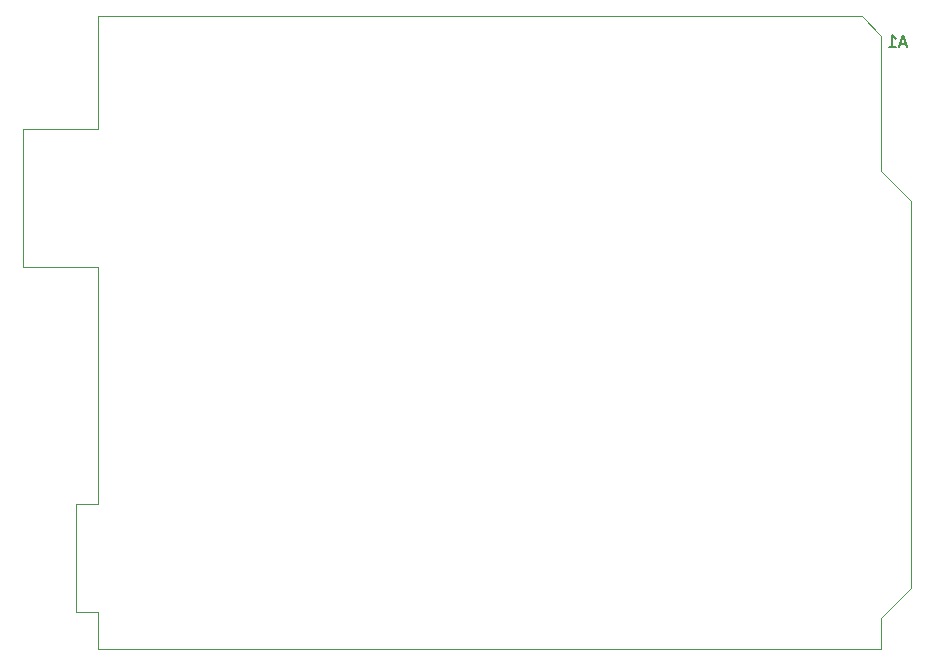
<source format=gbr>
%TF.GenerationSoftware,KiCad,Pcbnew,(5.1.6)-1*%
%TF.CreationDate,2020-10-24T12:20:44-07:00*%
%TF.ProjectId,Joystick_Follower_Hat,4a6f7973-7469-4636-9b5f-466f6c6c6f77,A*%
%TF.SameCoordinates,Original*%
%TF.FileFunction,Legend,Bot*%
%TF.FilePolarity,Positive*%
%FSLAX46Y46*%
G04 Gerber Fmt 4.6, Leading zero omitted, Abs format (unit mm)*
G04 Created by KiCad (PCBNEW (5.1.6)-1) date 2020-10-24 12:20:44*
%MOMM*%
%LPD*%
G01*
G04 APERTURE LIST*
%ADD10C,0.120000*%
%ADD11C,0.150000*%
G04 APERTURE END LIST*
D10*
%TO.C,A1*%
X192662000Y-96770000D02*
X192662000Y-129540000D01*
X192662000Y-129540000D02*
X190122000Y-132080000D01*
X190122000Y-132080000D02*
X190122000Y-134750000D01*
X190122000Y-134750000D02*
X123822000Y-134750000D01*
X123822000Y-134750000D02*
X123822000Y-131570000D01*
X123822000Y-131570000D02*
X121922000Y-131570000D01*
X121922000Y-131570000D02*
X121922000Y-122430000D01*
X121922000Y-122430000D02*
X123822000Y-122430000D01*
X123822000Y-122430000D02*
X123822000Y-102360000D01*
X123822000Y-102360000D02*
X117472000Y-102360000D01*
X117472000Y-102360000D02*
X117472000Y-90680000D01*
X117472000Y-90680000D02*
X123822000Y-90680000D01*
X123822000Y-90680000D02*
X123822000Y-81150000D01*
X123822000Y-81150000D02*
X188472000Y-81150000D01*
X188472000Y-81150000D02*
X190122000Y-82800000D01*
X190122000Y-82800000D02*
X190122000Y-94230000D01*
X190122000Y-94230000D02*
X192662000Y-96770000D01*
D11*
X192230285Y-83478666D02*
X191754095Y-83478666D01*
X192325523Y-83764380D02*
X191992190Y-82764380D01*
X191658857Y-83764380D01*
X190801714Y-83764380D02*
X191373142Y-83764380D01*
X191087428Y-83764380D02*
X191087428Y-82764380D01*
X191182666Y-82907238D01*
X191277904Y-83002476D01*
X191373142Y-83050095D01*
%TD*%
M02*

</source>
